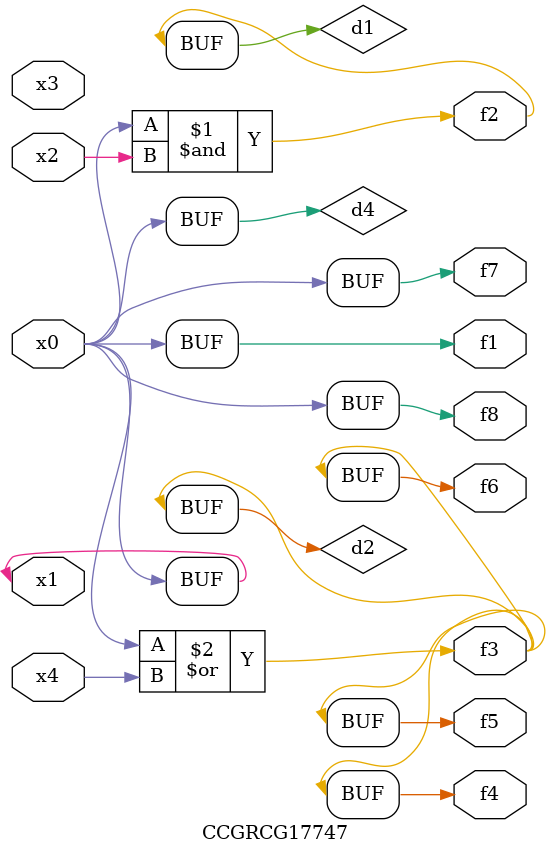
<source format=v>
module CCGRCG17747(
	input x0, x1, x2, x3, x4,
	output f1, f2, f3, f4, f5, f6, f7, f8
);

	wire d1, d2, d3, d4;

	and (d1, x0, x2);
	or (d2, x0, x4);
	nand (d3, x0, x2);
	buf (d4, x0, x1);
	assign f1 = d4;
	assign f2 = d1;
	assign f3 = d2;
	assign f4 = d2;
	assign f5 = d2;
	assign f6 = d2;
	assign f7 = d4;
	assign f8 = d4;
endmodule

</source>
